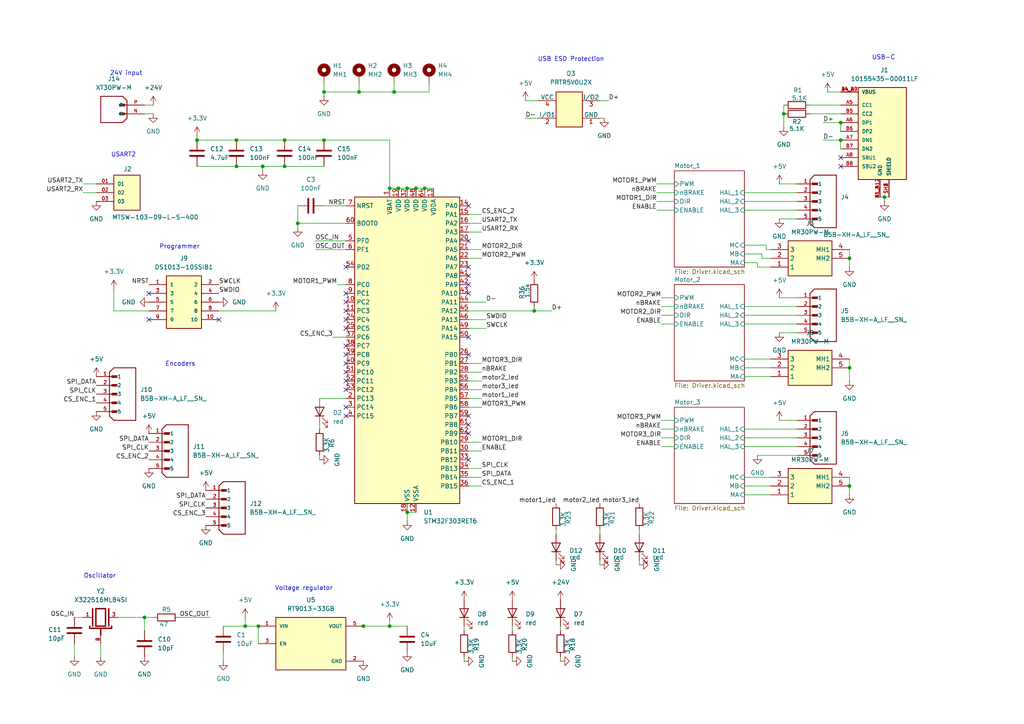
<source format=kicad_sch>
(kicad_sch (version 20250114) (generator "eeschema") (generator_version "9.0")
  (paper "A4")
  (text "24V input\n" (at 36.576 21.336 0) (effects (font (size 1.27 1.27))))
  (text "Encoders\n" (at 52.324 105.664 0) (effects (font (size 1.27 1.27))))
  (text "Oscillator\n" (at 28.956 167.132 0) (effects (font (size 1.27 1.27))))
  (text "USB-C\n" (at 256.286 16.764 0) (effects (font (size 1.27 1.27))))
  (text "USB ESD Protection\n" (at 165.608 17.272 0) (effects (font (size 1.27 1.27))))
  (text "USART2\n" (at 35.814 44.958 0) (effects (font (size 1.27 1.27))))
  (text "Programmer\n" (at 52.07 71.628 0) (effects (font (size 1.27 1.27))))
  (text "Voltage regulator\n" (at 88.138 170.688 0) (effects (font (size 1.27 1.27))))
  (junction (at 243.84 35.56))
  (junction (at 104.14 26.67))
  (junction (at 68.58 40.64))
  (junction (at 114.3 26.67))
  (junction (at 74.93 181.61))
  (junction (at 105.41 181.61))
  (junction (at 246.38 140.97))
  (junction (at 227.33 33.02))
  (junction (at 68.58 48.26))
  (junction (at 118.11 148.59))
  (junction (at 154.94 90.17))
  (junction (at 41.91 179.07))
  (junction (at 82.55 40.64))
  (junction (at 123.19 54.61))
  (junction (at 113.03 181.61))
  (junction (at 93.98 40.64))
  (junction (at 113.03 54.61))
  (junction (at 93.98 26.67))
  (junction (at 76.2 48.26))
  (junction (at 82.55 48.26))
  (junction (at 246.38 74.93))
  (junction (at 115.57 54.61))
  (junction (at 243.84 40.64))
  (junction (at 120.65 54.61))
  (junction (at 256.54 57.15))
  (junction (at 57.15 40.64))
  (junction (at 86.36 64.77))
  (junction (at 118.11 54.61))
  (junction (at 71.12 181.61))
  (junction (at 246.38 106.68))
  (no_connect (at 100.33 102.87))
  (no_connect (at 43.18 92.71))
  (no_connect (at 135.89 82.55))
  (no_connect (at 100.33 118.11))
  (no_connect (at 100.33 105.41))
  (no_connect (at 100.33 113.03))
  (no_connect (at 100.33 87.63))
  (no_connect (at 135.89 123.19))
  (no_connect (at 135.89 77.47))
  (no_connect (at 243.84 48.26))
  (no_connect (at 63.5 92.71))
  (no_connect (at 43.18 85.09))
  (no_connect (at 100.33 92.71))
  (no_connect (at 135.89 120.65))
  (no_connect (at 135.89 133.35))
  (no_connect (at 100.33 77.47))
  (no_connect (at 135.89 85.09))
  (no_connect (at 100.33 120.65))
  (no_connect (at 100.33 100.33))
  (no_connect (at 100.33 90.17))
  (no_connect (at 135.89 125.73))
  (no_connect (at 100.33 85.09))
  (no_connect (at 243.84 45.72))
  (no_connect (at 135.89 59.69))
  (no_connect (at 100.33 95.25))
  (no_connect (at 135.89 80.01))
  (no_connect (at 100.33 107.95))
  (no_connect (at 135.89 102.87))
  (no_connect (at 100.33 110.49))
  (no_connect (at 135.89 69.85))
  (no_connect (at 135.89 97.79))
  (wire (pts (xy 44.45 33.02) (xy 41.91 33.02)))
  (wire (pts (xy 139.7 138.43) (xy 135.89 138.43)))
  (wire (pts (xy 226.06 121.92) (xy 231.14 121.92)))
  (wire (pts (xy 243.84 35.56) (xy 243.84 38.1)))
  (wire (pts (xy 82.55 40.64) (xy 93.98 40.64)))
  (wire (pts (xy 185.42 163.83) (xy 185.42 162.56)))
  (wire (pts (xy 64.77 189.23) (xy 64.77 191.77)))
  (wire (pts (xy 118.11 54.61) (xy 120.65 54.61)))
  (wire (pts (xy 134.62 182.88) (xy 134.62 181.61)))
  (wire (pts (xy 113.03 54.61) (xy 113.03 40.64)))
  (wire (pts (xy 93.98 27.94) (xy 93.98 26.67)))
  (wire (pts (xy 215.9 58.42) (xy 231.14 58.42)))
  (wire (pts (xy 41.91 182.88) (xy 41.91 179.07)))
  (wire (pts (xy 114.3 24.13) (xy 114.3 26.67)))
  (wire (pts (xy 123.19 54.61) (xy 125.73 54.61)))
  (wire (pts (xy 185.42 154.94) (xy 185.42 153.67)))
  (wire (pts (xy 113.03 181.61) (xy 118.11 181.61)))
  (wire (pts (xy 92.71 133.35) (xy 92.71 132.08)))
  (wire (pts (xy 135.89 67.31) (xy 139.7 67.31)))
  (wire (pts (xy 68.58 48.26) (xy 76.2 48.26)))
  (wire (pts (xy 190.5 55.88) (xy 195.58 55.88)))
  (wire (pts (xy 173.99 29.21) (xy 176.53 29.21)))
  (wire (pts (xy 256.54 58.42) (xy 256.54 57.15)))
  (wire (pts (xy 68.58 40.64) (xy 82.55 40.64)))
  (wire (pts (xy 134.62 191.77) (xy 134.62 190.5)))
  (wire (pts (xy 29.21 190.5) (xy 29.21 186.69)))
  (wire (pts (xy 191.77 93.98) (xy 195.58 93.98)))
  (wire (pts (xy 139.7 128.27) (xy 135.89 128.27)))
  (wire (pts (xy 86.36 64.77) (xy 100.33 64.77)))
  (wire (pts (xy 220.98 74.93) (xy 220.98 73.66)))
  (wire (pts (xy 190.5 53.34) (xy 195.58 53.34)))
  (wire (pts (xy 215.9 138.43) (xy 223.52 138.43)))
  (wire (pts (xy 215.9 106.68) (xy 223.52 106.68)))
  (wire (pts (xy 220.98 74.93) (xy 223.52 74.93)))
  (wire (pts (xy 118.11 148.59) (xy 120.65 148.59)))
  (wire (pts (xy 104.14 24.13) (xy 104.14 26.67)))
  (wire (pts (xy 219.71 77.47) (xy 223.52 77.47)))
  (wire (pts (xy 97.79 82.55) (xy 100.33 82.55)))
  (wire (pts (xy 215.9 127) (xy 231.14 127)))
  (wire (pts (xy 24.13 55.88) (xy 27.94 55.88)))
  (wire (pts (xy 227.33 30.48) (xy 227.33 33.02)))
  (wire (pts (xy 222.25 72.39) (xy 223.52 72.39)))
  (wire (pts (xy 148.59 182.88) (xy 148.59 181.61)))
  (wire (pts (xy 246.38 74.93) (xy 246.38 72.39)))
  (wire (pts (xy 33.02 83.82) (xy 33.02 90.17)))
  (wire (pts (xy 191.77 88.9) (xy 195.58 88.9)))
  (wire (pts (xy 173.99 154.94) (xy 173.99 153.67)))
  (wire (pts (xy 173.99 163.83) (xy 173.99 162.56)))
  (wire (pts (xy 161.29 154.94) (xy 161.29 153.67)))
  (wire (pts (xy 57.15 40.64) (xy 68.58 40.64)))
  (wire (pts (xy 246.38 138.43) (xy 246.38 140.97)))
  (wire (pts (xy 71.12 179.07) (xy 71.12 181.61)))
  (wire (pts (xy 215.9 129.54) (xy 231.14 129.54)))
  (wire (pts (xy 93.98 26.67) (xy 93.98 24.13)))
  (wire (pts (xy 191.77 124.46) (xy 195.58 124.46)))
  (wire (pts (xy 71.12 181.61) (xy 74.93 181.61)))
  (wire (pts (xy 190.5 60.96) (xy 195.58 60.96)))
  (wire (pts (xy 21.59 186.69) (xy 21.59 190.5)))
  (wire (pts (xy 139.7 107.95) (xy 135.89 107.95)))
  (wire (pts (xy 24.13 53.34) (xy 27.94 53.34)))
  (wire (pts (xy 44.45 30.48) (xy 41.91 30.48)))
  (wire (pts (xy 140.97 92.71) (xy 135.89 92.71)))
  (wire (pts (xy 215.9 109.22) (xy 223.52 109.22)))
  (wire (pts (xy 191.77 129.54) (xy 195.58 129.54)))
  (wire (pts (xy 120.65 54.61) (xy 123.19 54.61)))
  (wire (pts (xy 139.7 74.93) (xy 135.89 74.93)))
  (wire (pts (xy 226.06 63.5) (xy 231.14 63.5)))
  (wire (pts (xy 64.77 181.61) (xy 71.12 181.61)))
  (wire (pts (xy 161.29 163.83) (xy 161.29 162.56)))
  (wire (pts (xy 86.36 64.77) (xy 86.36 59.69)))
  (wire (pts (xy 246.38 110.49) (xy 246.38 106.68)))
  (wire (pts (xy 215.9 60.96) (xy 231.14 60.96)))
  (wire (pts (xy 135.89 62.23) (xy 139.7 62.23)))
  (wire (pts (xy 215.9 88.9) (xy 231.14 88.9)))
  (wire (pts (xy 238.76 40.64) (xy 243.84 40.64)))
  (wire (pts (xy 43.18 90.17) (xy 33.02 90.17)))
  (wire (pts (xy 215.9 104.14) (xy 223.52 104.14)))
  (wire (pts (xy 246.38 104.14) (xy 246.38 106.68)))
  (wire (pts (xy 175.26 34.29) (xy 173.99 34.29)))
  (wire (pts (xy 191.77 91.44) (xy 195.58 91.44)))
  (wire (pts (xy 135.89 113.03) (xy 139.7 113.03)))
  (wire (pts (xy 227.33 33.02) (xy 227.33 36.83)))
  (wire (pts (xy 148.59 191.77) (xy 148.59 190.5)))
  (wire (pts (xy 140.97 87.63) (xy 135.89 87.63)))
  (wire (pts (xy 226.06 53.34) (xy 231.14 53.34)))
  (wire (pts (xy 115.57 54.61) (xy 118.11 54.61)))
  (wire (pts (xy 246.38 140.97) (xy 246.38 143.51)))
  (wire (pts (xy 191.77 86.36) (xy 195.58 86.36)))
  (wire (pts (xy 222.25 71.12) (xy 215.9 71.12)))
  (wire (pts (xy 222.25 72.39) (xy 222.25 71.12)))
  (wire (pts (xy 21.59 179.07) (xy 24.13 179.07)))
  (wire (pts (xy 152.4 29.21) (xy 156.21 29.21)))
  (wire (pts (xy 135.89 105.41) (xy 139.7 105.41)))
  (wire (pts (xy 154.94 90.17) (xy 160.02 90.17)))
  (wire (pts (xy 105.41 181.61) (xy 113.03 181.61)))
  (wire (pts (xy 63.5 90.17) (xy 80.01 90.17)))
  (wire (pts (xy 226.06 96.52) (xy 231.14 96.52)))
  (wire (pts (xy 219.71 132.08) (xy 231.14 132.08)))
  (wire (pts (xy 76.2 49.53) (xy 76.2 48.26)))
  (wire (pts (xy 162.56 191.77) (xy 162.56 190.5)))
  (wire (pts (xy 139.7 130.81) (xy 135.89 130.81)))
  (wire (pts (xy 86.36 66.04) (xy 86.36 64.77)))
  (wire (pts (xy 118.11 151.13) (xy 118.11 148.59)))
  (wire (pts (xy 76.2 48.26) (xy 82.55 48.26)))
  (wire (pts (xy 140.97 95.25) (xy 135.89 95.25)))
  (wire (pts (xy 113.03 40.64) (xy 93.98 40.64)))
  (wire (pts (xy 91.44 72.39) (xy 100.33 72.39)))
  (wire (pts (xy 234.95 33.02) (xy 243.84 33.02)))
  (wire (pts (xy 139.7 135.89) (xy 135.89 135.89)))
  (wire (pts (xy 238.76 35.56) (xy 243.84 35.56)))
  (wire (pts (xy 135.89 90.17) (xy 154.94 90.17)))
  (wire (pts (xy 215.9 143.51) (xy 223.52 143.51)))
  (wire (pts (xy 234.95 30.48) (xy 243.84 30.48)))
  (wire (pts (xy 57.15 39.37) (xy 57.15 40.64)))
  (wire (pts (xy 114.3 26.67) (xy 124.46 26.67)))
  (wire (pts (xy 191.77 121.92) (xy 195.58 121.92)))
  (wire (pts (xy 135.89 110.49) (xy 139.7 110.49)))
  (wire (pts (xy 255.27 57.15) (xy 256.54 57.15)))
  (wire (pts (xy 82.55 48.26) (xy 93.98 48.26)))
  (wire (pts (xy 104.14 26.67) (xy 114.3 26.67)))
  (wire (pts (xy 135.89 115.57) (xy 139.7 115.57)))
  (wire (pts (xy 215.9 124.46) (xy 231.14 124.46)))
  (wire (pts (xy 152.4 34.29) (xy 156.21 34.29)))
  (wire (pts (xy 93.98 59.69) (xy 100.33 59.69)))
  (wire (pts (xy 113.03 54.61) (xy 115.57 54.61)))
  (wire (pts (xy 215.9 140.97) (xy 223.52 140.97)))
  (wire (pts (xy 154.94 88.9) (xy 154.94 90.17)))
  (wire (pts (xy 240.03 26.67) (xy 243.84 26.67)))
  (wire (pts (xy 215.9 55.88) (xy 231.14 55.88)))
  (wire (pts (xy 74.93 181.61) (xy 74.93 186.69)))
  (wire (pts (xy 102.87 181.61) (xy 105.41 181.61)))
  (wire (pts (xy 220.98 73.66) (xy 215.9 73.66)))
  (wire (pts (xy 52.07 179.07) (xy 60.96 179.07)))
  (wire (pts (xy 215.9 93.98) (xy 231.14 93.98)))
  (wire (pts (xy 162.56 182.88) (xy 162.56 181.61)))
  (wire (pts (xy 219.71 77.47) (xy 219.71 76.2)))
  (wire (pts (xy 91.44 69.85) (xy 100.33 69.85)))
  (wire (pts (xy 135.89 64.77) (xy 139.7 64.77)))
  (wire (pts (xy 246.38 77.47) (xy 246.38 74.93)))
  (wire (pts (xy 215.9 91.44) (xy 231.14 91.44)))
  (wire (pts (xy 92.71 115.57) (xy 100.33 115.57)))
  (wire (pts (xy 96.52 97.79) (xy 100.33 97.79)))
  (wire (pts (xy 226.06 86.36) (xy 231.14 86.36)))
  (wire (pts (xy 104.14 26.67) (xy 93.98 26.67)))
  (wire (pts (xy 243.84 40.64) (xy 243.84 43.18)))
  (wire (pts (xy 139.7 72.39) (xy 135.89 72.39)))
  (wire (pts (xy 139.7 140.97) (xy 135.89 140.97)))
  (wire (pts (xy 191.77 127) (xy 195.58 127)))
  (wire (pts (xy 256.54 57.15) (xy 257.81 57.15)))
  (wire (pts (xy 113.03 180.34) (xy 113.03 181.61)))
  (wire (pts (xy 41.91 179.07) (xy 44.45 179.07)))
  (wire (pts (xy 34.29 179.07) (xy 41.91 179.07)))
  (wire (pts (xy 57.15 48.26) (xy 68.58 48.26)))
  (wire (pts (xy 219.71 76.2) (xy 215.9 76.2)))
  (wire (pts (xy 124.46 24.13) (xy 124.46 26.67)))
  (wire (pts (xy 190.5 58.42) (xy 195.58 58.42)))
  (wire (pts (xy 139.7 118.11) (xy 135.89 118.11)))
  (wire (pts (xy 92.71 124.46) (xy 92.71 123.19)))
  (label "nBRAKE" (at 190.5 55.88 180))
  (label "NRST" (at 43.18 82.55 180))
  (label "OSC_IN" (at 21.59 179.07 180))
  (label "USART2_TX" (at 139.7 64.77 0))
  (label "MOTOR2_PWM" (at 191.77 86.36 180))
  (label "USART2_RX" (at 139.7 67.31 0))
  (label "CS_ENC_3" (at 96.52 97.79 180))
  (label "motor1_led" (at 139.7 115.57 0))
  (label "motor2_led" (at 139.7 110.49 0))
  (label "OSC_OUT" (at 52.07 179.07 0))
  (label "SPI_DATA" (at 43.18 128.27 180))
  (label "ENABLE" (at 190.5 60.96 180))
  (label "MOTOR1_PWM" (at 190.5 53.34 180))
  (label "MOTOR3_PWM" (at 191.77 121.92 180))
  (label "NRST" (at 95.25 59.69 0))
  (label "SPI_DATA" (at 139.7 138.43 0))
  (label "MOTOR3_DIR" (at 139.7 105.41 0))
  (label "SWDIO" (at 63.5 85.09 0))
  (label "CS_ENC_1" (at 139.7 140.97 0))
  (label "SPI_CLK" (at 43.18 130.81 180))
  (label "MOTOR1_DIR" (at 139.7 128.27 0))
  (label "motor2_led" (at 173.99 146.05 180))
  (label "USART2_RX" (at 24.13 55.88 180))
  (label "ENABLE" (at 191.77 93.98 180))
  (label "D-" (at 152.4 34.29 0))
  (label "SPI_CLK" (at 27.94 114.3 180))
  (label "D-" (at 238.76 40.64 0))
  (label "nBRAKE" (at 191.77 124.46 180))
  (label "D+" (at 238.76 35.56 0))
  (label "CS_ENC_2" (at 139.7 62.23 0))
  (label "SWCLK" (at 140.97 95.25 0))
  (label "SPI_CLK" (at 139.7 135.89 0))
  (label "nBRAKE" (at 139.7 107.95 0))
  (label "MOTOR3_DIR" (at 191.77 127 180))
  (label "OSC_IN" (at 91.44 69.85 0))
  (label "D+" (at 160.02 90.17 0))
  (label "nBRAKE" (at 191.77 88.9 180))
  (label "SPI_DATA" (at 27.94 111.76 180))
  (label "MOTOR2_DIR" (at 139.7 72.39 0))
  (label "CS_ENC_1" (at 27.94 116.84 180))
  (label "D+" (at 176.53 29.21 0))
  (label "SWDIO" (at 140.97 92.71 0))
  (label "motor3_led" (at 185.42 146.05 180))
  (label "SPI_CLK" (at 59.69 147.32 180))
  (label "SPI_DATA" (at 59.69 144.78 180))
  (label "motor3_led" (at 139.7 113.03 0))
  (label "ENABLE" (at 191.77 129.54 180))
  (label "USART2_TX" (at 24.13 53.34 180))
  (label "SWCLK" (at 63.5 82.55 0))
  (label "MOTOR1_PWM" (at 97.79 82.55 180))
  (label "MOTOR1_DIR" (at 190.5 58.42 180))
  (label "ENABLE" (at 139.7 130.81 0))
  (label "MOTOR2_PWM" (at 139.7 74.93 0))
  (label "motor1_led" (at 161.29 146.05 180))
  (label "MOTOR2_DIR" (at 191.77 91.44 180))
  (label "CS_ENC_2" (at 43.18 133.35 180))
  (label "D-" (at 140.97 87.63 0))
  (label "MOTOR3_PWM" (at 139.7 118.11 0))
  (label "CS_ENC_3" (at 59.69 149.86 180))
  (label "OSC_OUT" (at 91.44 72.39 0))
  (symbol (lib_id "Device:R") (at 154.94 85.09 180) (unit 1)
    (property "Reference" "R36" (at 151.384 84.836 90))
    (property "Value" "1.5k" (at 152.908 84.328 90))
    (property "Footprint" "Resistor_SMD:R_0603_1608Metric_Pad0.98x0.95mm_HandSolder" (effects (hide yes)))
    (property "Description" "Resistor" (effects (hide yes)))
  )
  (symbol (lib_id "Device:C") (at 118.11 185.42 180) (unit 1)
    (property "Reference" "C4" (at 121.92 184.1499 0) (effects (justify right)))
    (property "Value" "10uF" (at 121.92 186.6899 0) (effects (justify right)))
    (property "Footprint" "Capacitor_SMD:C_0805_2012Metric_Pad1.18x1.45mm_HandSolder" (effects (hide yes)))
    (property "Description" "Unpolarized capacitor" (effects (hide yes)))
  )
  (symbol (lib_id "Device:LED") (at 148.59 177.8 90) (unit 1)
    (property "Reference" "D9" (at 152.4 178.1174 90) (effects (justify right)))
    (property "Value" "red" (at 152.4 180.6574 90) (effects (justify right)))
    (property "Footprint" "LED_SMD:LED_0603_1608Metric_Pad1.05x0.95mm_HandSolder" (effects (hide yes)))
    (property "Description" "Light emitting diode" (effects (hide yes)))
  )
  (symbol (lib_id "power:GND") (at 92.71 133.35 90) (unit 1)
    (property "Reference" "#PWR011" (effects (hide yes)))
    (property "Value" "GND" (at 97.79 133.35 0))
    (property "Description" "Power symbol creates a global label with name \"GND\" , ground" (effects (hide yes)))
  )
  (symbol (lib_id "DS1013-10SSIB1:DS1013-10SSIB1") (at 53.34 87.63 0) (unit 1)
    (property "Reference" "J9" (at 53.34 74.93 0))
    (property "Value" "DS1013-10SSIB1" (at 53.34 77.47 0))
    (property "Footprint" "DS1013:CONNFLY_DS1013-10SSIB1" (effects (hide yes)))
    (property "MF" "Connfly" (effects (hide yes)))
    (property "MAXIMUM_PACKAGE_HEIGHT" "9.3mm" (effects (hide yes)))
    (property "Package" "None" (effects (hide yes)))
    (property "Price" "None" (effects (hide yes)))
    (property "Check_prices" "https://www.snapeda.com/parts/DS1013-10SSIB1/Connfly/view-part/?ref=eda" (effects (hide yes)))
    (property "STANDARD" "Manufacturer Recommendations" (effects (hide yes)))
    (property "PARTREV" "G" (effects (hide yes)))
    (property "SnapEDA_Link" "https://www.snapeda.com/parts/DS1013-10SSIB1/Connfly/view-part/?ref=snap" (effects (hide yes)))
    (property "MP" "DS1013-10SSIB1" (effects (hide yes)))
    (property "Description_1" "Socket; IDC; male; PIN: 10; straight; THT; gold plated; 2.54mm" (effects (hide yes)))
    (property "Availability" "Not in stock" (effects (hide yes)))
    (property "MANUFACTURER" "CONNFLY" (effects (hide yes)))
  )
  (symbol (lib_id "power:GND") (at 246.38 143.51 0) (unit 1)
    (property "Reference" "#PWR09" (effects (hide yes)))
    (property "Value" "GND" (at 246.38 148.59 0))
    (property "Description" "Power symbol creates a global label with name \"GND\" , ground" (effects (hide yes)))
  )
  (symbol (lib_id "power:GND") (at 86.36 66.04 0) (unit 1)
    (property "Reference" "#PWR010" (effects (hide yes)))
    (property "Value" "GND" (at 86.36 71.12 0))
    (property "Description" "Power symbol creates a global label with name \"GND\" , ground" (effects (hide yes)))
  )
  (symbol (lib_id "Device:R") (at 161.29 149.86 0) (unit 1)
    (property "Reference" "R23" (at 164.846 150.114 90))
    (property "Value" "3.3K" (at 163.322 150.622 90))
    (property "Footprint" "Resistor_SMD:R_0603_1608Metric_Pad0.98x0.95mm_HandSolder" (effects (hide yes)))
    (property "Description" "Resistor" (effects (hide yes)))
  )
  (symbol (lib_id "power:GND") (at 246.38 110.49 0) (unit 1)
    (property "Reference" "#PWR015" (effects (hide yes)))
    (property "Value" "GND" (at 246.38 115.57 0))
    (property "Description" "Power symbol creates a global label with name \"GND\" , ground" (effects (hide yes)))
  )
  (symbol (lib_id "B5B-XH-A_LF__SN_:B5B-XH-A_LF__SN_") (at 238.76 127 0) (unit 1)
    (property "Reference" "J6" (at 243.84 125.7299 0) (effects (justify left)))
    (property "Value" "B5B-XH-A_LF__SN_" (at 243.84 128.2699 0) (effects (justify left)))
    (property "Footprint" "B5B-XH-A_LF__SN_:JST_B5B-XH-A_LF__SN_" (effects (hide yes)))
    (property "MF" "JST Sales" (effects (hide yes)))
    (property "MAXIMUM_PACKAGE_HEIGHT" "7.00 mm" (effects (hide yes)))
    (property "Package" "None" (effects (hide yes)))
    (property "Price" "None" (effects (hide yes)))
    (property "Check_prices" "https://www.snapeda.com/parts/B5B-XH-A(LF)(SN)/JST/view-part/?ref=eda" (effects (hide yes)))
    (property "STANDARD" "Manufacturer Recommendations" (effects (hide yes)))
    (property "PARTREV" "7/4/21" (effects (hide yes)))
    (property "SnapEDA_Link" "https://www.snapeda.com/parts/B5B-XH-A(LF)(SN)/JST/view-part/?ref=snap" (effects (hide yes)))
    (property "MP" "B5B-XH-A(LF)(SN)" (effects (hide yes)))
    (property "Description_1" "\n                        \n                            Connector Header Through Hole 5 position 0.098 (2.50mm)\n                        \n" (effects (hide yes)))
    (property "Availability" "In Stock" (effects (hide yes)))
    (property "MANUFACTURER" "JST" (effects (hide yes)))
  )
  (symbol (lib_id "power:+3.3V") (at 57.15 39.37 0) (unit 1)
    (property "Reference" "#PWR028" (effects (hide yes)))
    (property "Value" "+3.3V" (at 57.15 34.29 0))
    (property "Description" "Power symbol creates a global label with name \"+3.3V\"" (effects (hide yes)))
  )
  (symbol (lib_id "power:GND") (at 63.5 87.63 90) (unit 1)
    (property "Reference" "#PWR090" (effects (hide yes)))
    (property "Value" "GND" (at 67.31 87.6299 90) (effects (justify right)))
    (property "Description" "Power symbol creates a global label with name \"GND\" , ground" (effects (hide yes)))
  )
  (symbol (lib_id "power:GND") (at 246.38 77.47 0) (unit 1)
    (property "Reference" "#PWR035" (effects (hide yes)))
    (property "Value" "GND" (at 246.38 82.55 0))
    (property "Description" "Power symbol creates a global label with name \"GND\" , ground" (effects (hide yes)))
  )
  (symbol (lib_id "MR30PW-M:MR30PW-M") (at 223.52 72.39 0) (unit 1)
    (property "Reference" "J3" (at 234.95 64.77 0))
    (property "Value" "MR30PW-M" (at 234.95 67.31 0))
    (property "Footprint" "MR30PWM" (effects (hide yes)))
    (property "Datasheet" "https://www.tme.eu/Document/5fffb0d591c3b83b8e9faab5387231c6/MR30PW-M.pdf" (effects (hide yes)))
    (property "Description" "Connector: DC supply; socket; MR30; male; PIN: 3; on PCBs; THT; 15A , 500VDC , -20C to 120C" (effects (hide yes)))
    (property "Height" "5.3" (effects (hide yes)))
    (property "Manufacturer_Name" "Amass" (effects (hide yes)))
    (property "Manufacturer_Part_Number" "MR30PW-M" (effects (hide yes)))
  )
  (symbol (lib_id "Device:R") (at 134.62 186.69 0) (unit 1)
    (property "Reference" "R19" (at 138.176 186.944 90))
    (property "Value" "3.3K" (at 136.652 187.452 90))
    (property "Footprint" "Resistor_SMD:R_0603_1608Metric_Pad0.98x0.95mm_HandSolder" (effects (hide yes)))
    (property "Description" "Resistor" (effects (hide yes)))
  )
  (symbol (lib_id "power:+3.3V") (at 148.59 173.99 0) (unit 1)
    (property "Reference" "#PWR085" (effects (hide yes)))
    (property "Value" "+5V" (at 148.59 168.91 0))
    (property "Description" "Power symbol creates a global label with name \"+3.3V\"" (effects (hide yes)))
  )
  (symbol (lib_id "power:+3.3V") (at 80.01 90.17 0) (unit 1)
    (property "Reference" "#PWR096" (effects (hide yes)))
    (property "Value" "+3.3V" (at 80.01 85.09 0))
    (property "Description" "Power symbol creates a global label with name \"+3.3V\"" (effects (hide yes)))
  )
  (symbol (lib_id "Device:R") (at 231.14 30.48 90) (unit 1)
    (property "Reference" "R1" (at 231.394 26.162 90))
    (property "Value" "5.1K" (at 231.902 28.448 90))
    (property "Footprint" "Resistor_SMD:R_0603_1608Metric_Pad0.98x0.95mm_HandSolder" (effects (hide yes)))
    (property "Description" "Resistor" (effects (hide yes)))
  )
  (symbol (lib_id "power:GND") (at 27.94 58.42 0) (unit 1)
    (property "Reference" "#PWR084" (effects (hide yes)))
    (property "Value" "GND" (at 27.94 63.5 0))
    (property "Description" "Power symbol creates a global label with name \"GND\" , ground" (effects (hide yes)))
  )
  (symbol (lib_id "power:GND") (at 118.11 151.13 0) (unit 1)
    (property "Reference" "#PWR027" (effects (hide yes)))
    (property "Value" "GND" (at 118.11 156.21 0))
    (property "Description" "Power symbol creates a global label with name \"GND\" , ground" (effects (hide yes)))
  )
  (symbol (lib_id "B5B-XH-A_LF__SN_:B5B-XH-A_LF__SN_") (at 238.76 91.44 0) (unit 1)
    (property "Reference" "J5" (at 243.84 90.1699 0) (effects (justify left)))
    (property "Value" "B5B-XH-A_LF__SN_" (at 243.84 92.7099 0) (effects (justify left)))
    (property "Footprint" "B5B-XH-A_LF__SN_:JST_B5B-XH-A_LF__SN_" (effects (hide yes)))
    (property "MF" "JST Sales" (effects (hide yes)))
    (property "MAXIMUM_PACKAGE_HEIGHT" "7.00 mm" (effects (hide yes)))
    (property "Package" "None" (effects (hide yes)))
    (property "Price" "None" (effects (hide yes)))
    (property "Check_prices" "https://www.snapeda.com/parts/B5B-XH-A(LF)(SN)/JST/view-part/?ref=eda" (effects (hide yes)))
    (property "STANDARD" "Manufacturer Recommendations" (effects (hide yes)))
    (property "PARTREV" "7/4/21" (effects (hide yes)))
    (property "SnapEDA_Link" "https://www.snapeda.com/parts/B5B-XH-A(LF)(SN)/JST/view-part/?ref=snap" (effects (hide yes)))
    (property "MP" "B5B-XH-A(LF)(SN)" (effects (hide yes)))
    (property "Description_1" "\n                        \n                            Connector Header Through Hole 5 position 0.098 (2.50mm)\n                        \n" (effects (hide yes)))
    (property "Availability" "In Stock" (effects (hide yes)))
    (property "MANUFACTURER" "JST" (effects (hide yes)))
  )
  (symbol (lib_id "Mechanical:MountingHole_Pad") (at 93.98 21.59 0) (unit 1) (exclude_from_sim yes) (in_bom no)
    (property "Reference" "H1" (at 96.52 19.0499 0) (effects (justify left)))
    (property "Value" "MH1" (at 96.52 21.5899 0) (effects (justify left)))
    (property "Footprint" "MountingHole:MountingHole_2.2mm_M2_Pad_Via" (effects (hide yes)))
    (property "Description" "Mounting Hole with connection" (effects (hide yes)))
  )
  (symbol (lib_id "MR30PW-M:MR30PW-M") (at 223.52 138.43 0) (unit 1)
    (property "Reference" "J7" (at 234.95 130.81 0))
    (property "Value" "MR30PW-M" (at 234.95 133.35 0))
    (property "Footprint" "MR30PWM" (effects (hide yes)))
    (property "Datasheet" "https://www.tme.eu/Document/5fffb0d591c3b83b8e9faab5387231c6/MR30PW-M.pdf" (effects (hide yes)))
    (property "Description" "Connector: DC supply; socket; MR30; male; PIN: 3; on PCBs; THT; 15A , 500VDC , -20C to 120C" (effects (hide yes)))
    (property "Height" "5.3" (effects (hide yes)))
    (property "Manufacturer_Name" "Amass" (effects (hide yes)))
    (property "Manufacturer_Part_Number" "MR30PW-M" (effects (hide yes)))
  )
  (symbol (lib_id "power:GND") (at 43.18 135.89 0) (unit 1)
    (property "Reference" "#PWR076" (effects (hide yes)))
    (property "Value" "GND" (at 43.18 140.97 0))
    (property "Description" "Power symbol creates a global label with name \"GND\" , ground" (effects (hide yes)))
  )
  (symbol (lib_id "power:VDD") (at 44.45 30.48 0) (unit 1)
    (property "Reference" "#PWR030" (effects (hide yes)))
    (property "Value" "+24V" (at 44.45 25.4 0))
    (property "Description" "Power symbol creates a global label with name \"VDD\"" (effects (hide yes)))
  )
  (symbol (lib_id "power:+5V") (at 43.18 125.73 0) (unit 1)
    (property "Reference" "#PWR073" (effects (hide yes)))
    (property "Value" "+5V" (at 43.18 120.65 0))
    (property "Description" "Power symbol creates a global label with name \"+5V\"" (effects (hide yes)))
  )
  (symbol (lib_id "power:GND") (at 219.71 132.08 0) (unit 1)
    (property "Reference" "#PWR060" (effects (hide yes)))
    (property "Value" "GND" (at 219.71 137.16 0))
    (property "Description" "Power symbol creates a global label with name \"GND\" , ground" (effects (hide yes)))
  )
  (symbol (lib_id "B5B-XH-A_LF__SN_:B5B-XH-A_LF__SN_") (at 35.56 114.3 0) (unit 1)
    (property "Reference" "J10" (at 40.64 113.0299 0) (effects (justify left)))
    (property "Value" "B5B-XH-A_LF__SN_" (at 40.64 115.5699 0) (effects (justify left)))
    (property "Footprint" "B5B-XH-A_LF__SN_:JST_B5B-XH-A_LF__SN_" (effects (hide yes)))
    (property "MF" "JST Sales" (effects (hide yes)))
    (property "MAXIMUM_PACKAGE_HEIGHT" "7.00 mm" (effects (hide yes)))
    (property "Package" "None" (effects (hide yes)))
    (property "Price" "None" (effects (hide yes)))
    (property "Check_prices" "https://www.snapeda.com/parts/B5B-XH-A(LF)(SN)/JST/view-part/?ref=eda" (effects (hide yes)))
    (property "STANDARD" "Manufacturer Recommendations" (effects (hide yes)))
    (property "PARTREV" "7/4/21" (effects (hide yes)))
    (property "SnapEDA_Link" "https://www.snapeda.com/parts/B5B-XH-A(LF)(SN)/JST/view-part/?ref=snap" (effects (hide yes)))
    (property "MP" "B5B-XH-A(LF)(SN)" (effects (hide yes)))
    (property "Description_1" "\n                        \n                            Connector Header Through Hole 5 position 0.098 (2.50mm)\n                        \n" (effects (hide yes)))
    (property "Availability" "In Stock" (effects (hide yes)))
    (property "MANUFACTURER" "JST" (effects (hide yes)))
  )
  (symbol (lib_id "power:GND") (at 41.91 190.5 0) (unit 1)
    (property "Reference" "#PWR025" (effects (hide yes)))
    (property "Value" "GND" (at 41.91 195.58 0))
    (property "Description" "Power symbol creates a global label with name \"GND\" , ground" (effects (hide yes)))
  )
  (symbol (lib_id "power:GND") (at 256.54 58.42 0) (unit 1)
    (property "Reference" "#PWR01" (effects (hide yes)))
    (property "Value" "GND" (at 256.54 63.5 0))
    (property "Description" "Power symbol creates a global label with name \"GND\" , ground" (effects (hide yes)))
  )
  (symbol (lib_id "MTSW-103-09-L-S-400:MTSW-103-09-L-S-400") (at 36.83 55.88 0) (unit 1)
    (property "Reference" "J2" (at 35.814 49.022 0) (effects (justify left)))
    (property "Value" "MTSW-103-09-L-S-400" (at 32.512 62.992 0) (effects (justify left)))
    (property "Footprint" "MTSW-103-09-L-S-400:SAMTEC_MTSW-103-09-L-S-400" (effects (hide yes)))
    (property "MF" "Samtec" (effects (hide yes)))
    (property "Description_1" "CONN HEADER VERT 3POS 2.54MM" (effects (hide yes)))
    (property "Package" "None" (effects (hide yes)))
    (property "Price" "None" (effects (hide yes)))
    (property "Check_prices" "https://www.snapeda.com/parts/MTSW-103-09-L-S-400/Samtec/view-part/?ref=eda" (effects (hide yes)))
    (property "STANDARD" "Manufacturer Recommendations" (effects (hide yes)))
    (property "PARTREV" "R" (effects (hide yes)))
    (property "SnapEDA_Link" "https://www.snapeda.com/parts/MTSW-103-09-L-S-400/Samtec/view-part/?ref=snap" (effects (hide yes)))
    (property "MP" "MTSW-103-09-L-S-400" (effects (hide yes)))
    (property "Availability" "In Stock" (effects (hide yes)))
    (property "MANUFACTURER" "Samtec" (effects (hide yes)))
  )
  (symbol (lib_id "Device:C") (at 90.17 59.69 90) (unit 1)
    (property "Reference" "C3" (at 90.17 52.07 90))
    (property "Value" "100nF" (at 90.17 54.61 90))
    (property "Footprint" "Capacitor_SMD:C_0603_1608Metric_Pad1.08x0.95mm_HandSolder" (effects (hide yes)))
    (property "Description" "Unpolarized capacitor" (effects (hide yes)))
  )
  (symbol (lib_id "power:GND") (at 64.77 191.77 0) (unit 1)
    (property "Reference" "#PWR06" (effects (hide yes)))
    (property "Value" "GND" (at 64.77 196.85 0))
    (property "Description" "Power symbol creates a global label with name \"GND\" , ground" (effects (hide yes)))
  )
  (symbol (lib_id "Device:C") (at 57.15 44.45 0) (unit 1)
    (property "Reference" "C12" (at 60.96 43.1799 0) (effects (justify left)))
    (property "Value" "4.7uF" (at 60.96 45.7199 0) (effects (justify left)))
    (property "Footprint" "Capacitor_SMD:C_0603_1608Metric_Pad1.08x0.95mm_HandSolder" (effects (hide yes)))
    (property "Description" "Unpolarized capacitor" (effects (hide yes)))
  )
  (symbol (lib_id "Device:R") (at 185.42 149.86 0) (unit 1)
    (property "Reference" "R22" (at 188.976 150.114 90))
    (property "Value" "3.3K" (at 187.452 150.622 90))
    (property "Footprint" "Resistor_SMD:R_0603_1608Metric_Pad0.98x0.95mm_HandSolder" (effects (hide yes)))
    (property "Description" "Resistor" (effects (hide yes)))
  )
  (symbol (lib_id "power:GND") (at 105.41 191.77 0) (unit 1)
    (property "Reference" "#PWR095" (effects (hide yes)))
    (property "Value" "GND" (at 105.41 196.85 0))
    (property "Description" "Power symbol creates a global label with name \"GND\" , ground" (effects (hide yes)))
  )
  (symbol (lib_id "power:GND") (at 27.94 119.38 0) (unit 1)
    (property "Reference" "#PWR075" (effects (hide yes)))
    (property "Value" "GND" (at 27.94 124.46 0))
    (property "Description" "Power symbol creates a global label with name \"GND\" , ground" (effects (hide yes)))
  )
  (symbol (lib_id "Device:R") (at 148.59 186.69 0) (unit 1)
    (property "Reference" "R20" (at 152.146 186.944 90))
    (property "Value" "3.3K" (at 150.622 187.452 90))
    (property "Footprint" "Resistor_SMD:R_0603_1608Metric_Pad0.98x0.95mm_HandSolder" (effects (hide yes)))
    (property "Description" "Resistor" (effects (hide yes)))
  )
  (symbol (lib_id "Device:C") (at 21.59 182.88 0) (unit 1)
    (property "Reference" "C11" (at 13.97 182.626 0) (effects (justify left)))
    (property "Value" "10pF" (at 13.97 185.166 0) (effects (justify left)))
    (property "Footprint" "Capacitor_SMD:C_0603_1608Metric_Pad1.08x0.95mm_HandSolder" (effects (hide yes)))
    (property "Description" "Unpolarized capacitor" (effects (hide yes)))
  )
  (symbol (lib_id "power:+5V") (at 27.94 109.22 0) (unit 1)
    (property "Reference" "#PWR072" (effects (hide yes)))
    (property "Value" "+5V" (at 27.94 104.14 0))
    (property "Description" "Power symbol creates a global label with name \"+5V\"" (effects (hide yes)))
  )
  (symbol (lib_id "Device:LED") (at 92.71 119.38 90) (unit 1)
    (property "Reference" "D2" (at 96.52 119.6974 90) (effects (justify right)))
    (property "Value" "red" (at 96.52 122.2374 90) (effects (justify right)))
    (property "Footprint" "LED_SMD:LED_0603_1608Metric_Pad1.05x0.95mm_HandSolder" (effects (hide yes)))
    (property "Description" "Light emitting diode" (effects (hide yes)))
  )
  (symbol (lib_id "power:+5V") (at 226.06 121.92 0) (unit 1)
    (property "Reference" "#PWR057" (effects (hide yes)))
    (property "Value" "+5V" (at 226.06 116.84 0))
    (property "Description" "Power symbol creates a global label with name \"+5V\"" (effects (hide yes)))
  )
  (symbol (lib_id "Device:LED") (at 161.29 158.75 90) (unit 1)
    (property "Reference" "D12" (at 165.1 159.7024 90) (effects (justify right)))
    (property "Value" "red" (at 165.1 161.6075 90) (effects (justify right)))
    (property "Footprint" "LED_SMD:LED_0603_1608Metric_Pad1.05x0.95mm_HandSolder" (effects (hide yes)))
    (property "Description" "Light emitting diode" (effects (hide yes)))
  )
  (symbol (lib_id "power:+5V") (at 71.12 179.07 0) (unit 1)
    (property "Reference" "#PWR04" (effects (hide yes)))
    (property "Value" "+5V" (at 71.12 173.99 0))
    (property "Description" "Power symbol creates a global label with name \"+5V\"" (effects (hide yes)))
  )
  (symbol (lib_id "power:GND") (at 173.99 163.83 90) (unit 1)
    (property "Reference" "#PWR087" (effects (hide yes)))
    (property "Value" "GND" (at 179.07 163.83 0))
    (property "Description" "Power symbol creates a global label with name \"GND\" , ground" (effects (hide yes)))
  )
  (symbol (lib_id "Mechanical:MountingHole_Pad") (at 124.46 21.59 0) (unit 1) (exclude_from_sim yes) (in_bom no)
    (property "Reference" "H4" (at 127 19.0499 0) (effects (justify left)))
    (property "Value" "MH4" (at 127 21.5899 0) (effects (justify left)))
    (property "Footprint" "MountingHole:MountingHole_2.2mm_M2_Pad_Via" (effects (hide yes)))
    (property "Description" "Mounting Hole with connection" (effects (hide yes)))
  )
  (symbol (lib_id "power:VDD") (at 162.56 173.99 0) (unit 1)
    (property "Reference" "#PWR081" (effects (hide yes)))
    (property "Value" "+24V" (at 162.56 168.91 0))
    (property "Description" "Power symbol creates a global label with name \"VDD\"" (effects (hide yes)))
  )
  (symbol (lib_id "Device:R") (at 48.26 179.07 270) (unit 1)
    (property "Reference" "R5" (at 48.26 176.784 90))
    (property "Value" "47" (at 47.498 181.102 90))
    (property "Footprint" "Resistor_SMD:R_0603_1608Metric_Pad0.98x0.95mm_HandSolder" (effects (hide yes)))
    (property "Description" "Resistor" (effects (hide yes)))
  )
  (symbol (lib_id "power:+3.3V") (at 33.02 83.82 0) (unit 1)
    (property "Reference" "#PWR05" (effects (hide yes)))
    (property "Value" "+3.3V" (at 33.02 78.74 0))
    (property "Description" "Power symbol creates a global label with name \"+3.3V\"" (effects (hide yes)))
  )
  (symbol (lib_id "B5B-XH-A_LF__SN_:B5B-XH-A_LF__SN_") (at 67.31 147.32 0) (unit 1)
    (property "Reference" "J12" (at 72.39 146.0499 0) (effects (justify left)))
    (property "Value" "B5B-XH-A_LF__SN_" (at 72.39 148.5899 0) (effects (justify left)))
    (property "Footprint" "B5B-XH-A_LF__SN_:JST_B5B-XH-A_LF__SN_" (effects (hide yes)))
    (property "MF" "JST Sales" (effects (hide yes)))
    (property "MAXIMUM_PACKAGE_HEIGHT" "7.00 mm" (effects (hide yes)))
    (property "Package" "None" (effects (hide yes)))
    (property "Price" "None" (effects (hide yes)))
    (property "Check_prices" "https://www.snapeda.com/parts/B5B-XH-A(LF)(SN)/JST/view-part/?ref=eda" (effects (hide yes)))
    (property "STANDARD" "Manufacturer Recommendations" (effects (hide yes)))
    (property "PARTREV" "7/4/21" (effects (hide yes)))
    (property "SnapEDA_Link" "https://www.snapeda.com/parts/B5B-XH-A(LF)(SN)/JST/view-part/?ref=snap" (effects (hide yes)))
    (property "MP" "B5B-XH-A(LF)(SN)" (effects (hide yes)))
    (property "Description_1" "\n                        \n                            Connector Header Through Hole 5 position 0.098 (2.50mm)\n                        \n" (effects (hide yes)))
    (property "Availability" "In Stock" (effects (hide yes)))
    (property "MANUFACTURER" "JST" (effects (hide yes)))
  )
  (symbol (lib_id "Device:LED") (at 134.62 177.8 90) (unit 1)
    (property "Reference" "D8" (at 138.43 178.1174 90) (effects (justify right)))
    (property "Value" "red" (at 138.43 180.6574 90) (effects (justify right)))
    (property "Footprint" "LED_SMD:LED_0603_1608Metric_Pad1.05x0.95mm_HandSolder" (effects (hide yes)))
    (property "Description" "Light emitting diode" (effects (hide yes)))
  )
  (symbol (lib_id "Device:C") (at 68.58 44.45 0) (unit 1)
    (property "Reference" "C13" (at 72.39 43.1799 0) (effects (justify left)))
    (property "Value" "100nF" (at 72.39 45.7199 0) (effects (justify left)))
    (property "Footprint" "Capacitor_SMD:C_0603_1608Metric_Pad1.08x0.95mm_HandSolder" (effects (hide yes)))
    (property "Description" "Unpolarized capacitor" (effects (hide yes)))
  )
  (symbol (lib_id "power:GND") (at 161.29 163.83 90) (unit 1)
    (property "Reference" "#PWR089" (effects (hide yes)))
    (property "Value" "GND" (at 166.37 163.83 0))
    (property "Description" "Power symbol creates a global label with name \"GND\" , ground" (effects (hide yes)))
  )
  (symbol (lib_id "power:GND") (at 185.42 163.83 90) (unit 1)
    (property "Reference" "#PWR088" (effects (hide yes)))
    (property "Value" "GND" (at 190.5 163.83 0))
    (property "Description" "Power symbol creates a global label with name \"GND\" , ground" (effects (hide yes)))
  )
  (symbol (lib_id "power:GND") (at 21.59 190.5 0) (unit 1)
    (property "Reference" "#PWR026" (effects (hide yes)))
    (property "Value" "GND" (at 21.59 195.58 0))
    (property "Description" "Power symbol creates a global label with name \"GND\" , ground" (effects (hide yes)))
  )
  (symbol (lib_id "power:+5V") (at 152.4 29.21 0) (unit 1)
    (property "Reference" "#PWR062" (effects (hide yes)))
    (property "Value" "+5V" (at 152.4 24.13 0))
    (property "Description" "Power symbol creates a global label with name \"+5V\"" (effects (hide yes)))
  )
  (symbol (lib_id "Device:C") (at 93.98 44.45 0) (unit 1)
    (property "Reference" "C15" (at 97.79 43.1799 0) (effects (justify left)))
    (property "Value" "100nF" (at 97.79 45.7199 0) (effects (justify left)))
    (property "Footprint" "Capacitor_SMD:C_0603_1608Metric_Pad1.08x0.95mm_HandSolder" (effects (hide yes)))
    (property "Description" "Unpolarized capacitor" (effects (hide yes)))
  )
  (symbol (lib_id "power:GND") (at 76.2 49.53 0) (unit 1)
    (property "Reference" "#PWR029" (effects (hide yes)))
    (property "Value" "GND" (at 76.2 54.61 0))
    (property "Description" "Power symbol creates a global label with name \"GND\" , ground" (effects (hide yes)))
  )
  (symbol (lib_id "power:GND") (at 118.11 189.23 0) (unit 1)
    (property "Reference" "#PWR08" (effects (hide yes)))
    (property "Value" "GND" (at 118.11 194.31 0))
    (property "Description" "Power symbol creates a global label with name \"GND\" , ground" (effects (hide yes)))
  )
  (symbol (lib_id "power:GND") (at 134.62 191.77 90) (unit 1)
    (property "Reference" "#PWR082" (effects (hide yes)))
    (property "Value" "GND" (at 139.7 191.77 0))
    (property "Description" "Power symbol creates a global label with name \"GND\" , ground" (effects (hide yes)))
  )
  (symbol (lib_id "power:GND") (at 148.59 191.77 90) (unit 1)
    (property "Reference" "#PWR086" (effects (hide yes)))
    (property "Value" "GND" (at 153.67 191.77 0))
    (property "Description" "Power symbol creates a global label with name \"GND\" , ground" (effects (hide yes)))
  )
  (symbol (lib_id "MR30PW-M:MR30PW-M") (at 223.52 104.14 0) (unit 1)
    (property "Reference" "J8" (at 234.95 96.52 0))
    (property "Value" "MR30PW-M" (at 234.95 99.06 0))
    (property "Footprint" "MR30PWM" (effects (hide yes)))
    (property "Datasheet" "https://www.tme.eu/Document/5fffb0d591c3b83b8e9faab5387231c6/MR30PW-M.pdf" (effects (hide yes)))
    (property "Description" "Connector: DC supply; socket; MR30; male; PIN: 3; on PCBs; THT; 15A , 500VDC , -20C to 120C" (effects (hide yes)))
    (property "Height" "5.3" (effects (hide yes)))
    (property "Manufacturer_Name" "Amass" (effects (hide yes)))
    (property "Manufacturer_Part_Number" "MR30PW-M" (effects (hide yes)))
  )
  (symbol (lib_id "power:GND") (at 59.69 152.4 0) (unit 1)
    (property "Reference" "#PWR077" (effects (hide yes)))
    (property "Value" "GND" (at 59.69 157.48 0))
    (property "Description" "Power symbol creates a global label with name \"GND\" , ground" (effects (hide yes)))
  )
  (symbol (lib_id "power:GND") (at 43.18 87.63 270) (unit 1)
    (property "Reference" "#PWR091" (effects (hide yes)))
    (property "Value" "GND" (at 39.37 87.6299 90) (effects (justify right)))
    (property "Description" "Power symbol creates a global label with name \"GND\" , ground" (effects (hide yes)))
  )
  (symbol (lib_id "MCU_ST_STM32F3:STM32F303RETx") (at 118.11 102.87 0) (unit 1)
    (property "Reference" "U1" (at 122.8441 148.59 0) (effects (justify left)))
    (property "Value" "STM32F303RET6" (at 122.8441 151.13 0) (effects (justify left)))
    (property "Footprint" "Package_QFP:LQFP-64_10x10mm_P0.5mm" (effects (hide yes)))
    (property "Datasheet" "https://www.st.com/resource/en/datasheet/stm32f303re.pdf" (effects (hide yes)))
    (property "Description" "STMicroelectronics Arm Cortex-M4 MCU, 512KB flash, 80KB RAM, 72 MHz, 2.0-3.6V, 51 GPIO, LQFP64" (effects (hide yes)))
  )
  (symbol (lib_id "power:+5V") (at 226.06 53.34 0) (unit 1)
    (property "Reference" "#PWR055" (effects (hide yes)))
    (property "Value" "+5V" (at 226.06 48.26 0))
    (property "Description" "Power symbol creates a global label with name \"+5V\"" (effects (hide yes)))
  )
  (symbol (lib_id "power:GND") (at 175.26 34.29 0) (unit 1)
    (property "Reference" "#PWR061" (effects (hide yes)))
    (property "Value" "GND" (at 175.26 39.37 0))
    (property "Description" "Power symbol creates a global label with name \"GND\" , ground" (effects (hide yes)))
  )
  (symbol (lib_id "Power_Protection:PRTR5V0U2X") (at 165.1 31.75 0) (unit 1)
    (property "Reference" "D3" (at 165.608 21.336 0))
    (property "Value" "PRTR5V0U2X" (at 165.608 23.876 0))
    (property "Footprint" "Package_TO_SOT_SMD:SOT-143" (effects (hide yes)))
    (property "Datasheet" "https://assets.nexperia.com/documents/data-sheet/PRTR5V0U2X.pdf" (effects (hide yes)))
    (property "Description" "Ultra low capacitance double rail-to-rail ESD protection diode, SOT-143" (effects (hide yes)))
  )
  (symbol (lib_id "Device:C") (at 41.91 186.69 180) (unit 1)
    (property "Reference" "C10" (at 45.72 185.4199 0) (effects (justify right)))
    (property "Value" "10pF" (at 45.72 187.9599 0) (effects (justify right)))
    (property "Footprint" "Capacitor_SMD:C_0603_1608Metric_Pad1.08x0.95mm_HandSolder" (effects (hide yes)))
    (property "Description" "Unpolarized capacitor" (effects (hide yes)))
  )
  (symbol (lib_id "X322516MLB4SI:X322516MLB4SI") (at 29.21 179.07 0) (unit 1)
    (property "Reference" "Y2" (at 29.21 171.45 0))
    (property "Value" "X322516MLB4SI" (at 29.21 173.99 0))
    (property "Footprint" "X322516MLB4SI:OSC_X322516MLB4SI" (effects (hide yes)))
    (property "MF" "YXC" (effects (hide yes)))
    (property "MAXIMUM_PACKAGE_HEIGHT" "0.8 mm" (effects (hide yes)))
    (property "Package" "Package" (effects (hide yes)))
    (property "Price" "None" (effects (hide yes)))
    (property "Check_prices" "https://www.snapeda.com/parts/X322516MLB4SI/YXC/view-part/?ref=eda" (effects (hide yes)))
    (property "STANDARD" "Manufacturer Recommendations" (effects (hide yes)))
    (property "PARTREV" "N/A" (effects (hide yes)))
    (property "SnapEDA_Link" "https://www.snapeda.com/parts/X322516MLB4SI/YXC/view-part/?ref=snap" (effects (hide yes)))
    (property "MP" "X322516MLB4SI" (effects (hide yes)))
    (property "Description_1" "External dimensions: 3.2 x 2.5 x 0.8 mm.\nFrequency range: 11.0592MHz ~54MHz" (effects (hide yes)))
    (property "Availability" "Not in stock" (effects (hide yes)))
    (property "MANUFACTURER" "YXC" (effects (hide yes)))
  )
  (symbol (lib_id "power:GND") (at 29.21 190.5 0) (unit 1)
    (property "Reference" "#PWR024" (effects (hide yes)))
    (property "Value" "GND" (at 29.21 195.58 0))
    (property "Description" "Power symbol creates a global label with name \"GND\" , ground" (effects (hide yes)))
  )
  (symbol (lib_id "power:GND") (at 226.06 63.5 0) (unit 1)
    (property "Reference" "#PWR058" (effects (hide yes)))
    (property "Value" "GND" (at 226.06 68.58 0))
    (property "Description" "Power symbol creates a global label with name \"GND\" , ground" (effects (hide yes)))
  )
  (symbol (lib_id "Device:R") (at 162.56 186.69 0) (unit 1)
    (property "Reference" "R18" (at 166.116 186.944 90))
    (property "Value" "3.3K" (at 164.592 187.452 90))
    (property "Footprint" "Resistor_SMD:R_0603_1608Metric_Pad0.98x0.95mm_HandSolder" (effects (hide yes)))
    (property "Description" "Resistor" (effects (hide yes)))
  )
  (symbol (lib_id "Mechanical:MountingHole_Pad") (at 104.14 21.59 0) (unit 1) (exclude_from_sim yes) (in_bom no)
    (property "Reference" "H2" (at 106.68 19.0499 0) (effects (justify left)))
    (property "Value" "MH2" (at 106.68 21.5899 0) (effects (justify left)))
    (property "Footprint" "MountingHole:MountingHole_2.2mm_M2_Pad_Via" (effects (hide yes)))
    (property "Description" "Mounting Hole with connection" (effects (hide yes)))
  )
  (symbol (lib_id "power:+3.3V") (at 113.03 180.34 0) (unit 1)
    (property "Reference" "#PWR07" (effects (hide yes)))
    (property "Value" "+3.3V" (at 113.03 175.26 0))
    (property "Description" "Power symbol creates a global label with name \"+3.3V\"" (effects (hide yes)))
  )
  (symbol (lib_id "power:GND") (at 44.45 33.02 0) (unit 1)
    (property "Reference" "#PWR031" (effects (hide yes)))
    (property "Value" "GND" (at 44.45 38.1 0))
    (property "Description" "Power symbol creates a global label with name \"GND\" , ground" (effects (hide yes)))
  )
  (symbol (lib_id "Mechanical:MountingHole_Pad") (at 114.3 21.59 0) (unit 1) (exclude_from_sim yes) (in_bom no)
    (property "Reference" "H3" (at 116.84 19.0499 0) (effects (justify left)))
    (property "Value" "MH3" (at 116.84 21.5899 0) (effects (justify left)))
    (property "Footprint" "MountingHole:MountingHole_2.2mm_M2_Pad_Via" (effects (hide yes)))
    (property "Description" "Mounting Hole with connection" (effects (hide yes)))
  )
  (symbol (lib_id "Device:C") (at 82.55 44.45 0) (unit 1)
    (property "Reference" "C14" (at 86.36 43.1799 0) (effects (justify left)))
    (property "Value" "100nF" (at 86.36 45.7199 0) (effects (justify left)))
    (property "Footprint" "Capacitor_SMD:C_0603_1608Metric_Pad1.08x0.95mm_HandSolder" (effects (hide yes)))
    (property "Description" "Unpolarized capacitor" (effects (hide yes)))
  )
  (symbol (lib_id "Device:C") (at 64.77 185.42 180) (unit 1)
    (property "Reference" "C1" (at 68.58 184.1499 0) (effects (justify right)))
    (property "Value" "10uF" (at 68.58 186.6899 0) (effects (justify right)))
    (property "Footprint" "Capacitor_SMD:C_0805_2012Metric_Pad1.18x1.45mm_HandSolder" (effects (hide yes)))
    (property "Description" "Unpolarized capacitor" (effects (hide yes)))
  )
  (symbol (lib_id "Device:LED") (at 185.42 158.75 90) (unit 1)
    (property "Reference" "D11" (at 189.23 159.7024 90) (effects (justify right)))
    (property "Value" "red" (at 189.23 161.6075 90) (effects (justify right)))
    (property "Footprint" "LED_SMD:LED_0603_1608Metric_Pad1.05x0.95mm_HandSolder" (effects (hide yes)))
    (property "Description" "Light emitting diode" (effects (hide yes)))
  )
  (symbol (lib_id "10155435-00011LF:10155435-00011LF") (at 256.54 38.1 0) (unit 1)
    (property "Reference" "J1" (at 256.54 20.32 0))
    (property "Value" "10155435-00011LF" (at 256.54 22.86 0))
    (property "Footprint" "library:AMPHENOL_10155435-00011LF" (effects (hide yes)))
    (property "MF" "Amphenol ICC (FCI)" (effects (hide yes)))
    (property "MAXIMUM_PACKAGE_HEIGHT" "3.37 mm" (effects (hide yes)))
    (property "Package" "None" (effects (hide yes)))
    (property "Price" "None" (effects (hide yes)))
    (property "Check_prices" "https://www.snapeda.com/parts/10155435-00011LF/Amphenol+FCI/view-part/?ref=eda" (effects (hide yes)))
    (property "STANDARD" "Manufacturer Recommendations" (effects (hide yes)))
    (property "PARTREV" "C" (effects (hide yes)))
    (property "SnapEDA_Link" "https://www.snapeda.com/parts/10155435-00011LF/Amphenol+FCI/view-part/?ref=snap" (effects (hide yes)))
    (property "MP" "10155435-00011LF" (effects (hide yes)))
    (property "Description_1" "\n                        \n                            USB Type C Receptacle SMT Single Row 16Pin\n                        \n" (effects (hide yes)))
    (property "Availability" "In Stock" (effects (hide yes)))
    (property "MANUFACTURER" "Amphenol" (effects (hide yes)))
  )
  (symbol (lib_id "power:+3.3V") (at 154.94 81.28 0) (unit 1)
    (property "Reference" "#PWR092" (effects (hide yes)))
    (property "Value" "+3.3V" (at 154.94 76.2 0))
    (property "Description" "Power symbol creates a global label with name \"+3.3V\"" (effects (hide yes)))
  )
  (symbol (lib_id "power:GND") (at 226.06 96.52 0) (unit 1)
    (property "Reference" "#PWR059" (effects (hide yes)))
    (property "Value" "GND" (at 226.06 101.6 0))
    (property "Description" "Power symbol creates a global label with name \"GND\" , ground" (effects (hide yes)))
  )
  (symbol (lib_id "power:+5V") (at 226.06 86.36 0) (unit 1)
    (property "Reference" "#PWR056" (effects (hide yes)))
    (property "Value" "+5V" (at 226.06 81.28 0))
    (property "Description" "Power symbol creates a global label with name \"+5V\"" (effects (hide yes)))
  )
  (symbol (lib_id "power:GND") (at 227.33 36.83 0) (unit 1)
    (property "Reference" "#PWR02" (effects (hide yes)))
    (property "Value" "GND" (at 227.33 41.91 0))
    (property "Description" "Power symbol creates a global label with name \"GND\" , ground" (effects (hide yes)))
  )
  (symbol (lib_id "XT30PW-M:XT30PW-M") (at 36.83 30.48 0) (unit 1)
    (property "Reference" "J14" (at 33.02 22.86 0))
    (property "Value" "XT30PW-M" (at 33.02 25.4 0))
    (property "Footprint" "XT30:AMASS_XT30PW-M" (effects (hide yes)))
    (property "MF" "AMASS" (effects (hide yes)))
    (property "MAXIMUM_PACKAGE_HEIGHT" "5 mm" (effects (hide yes)))
    (property "Package" "None" (effects (hide yes)))
    (property "Price" "None" (effects (hide yes)))
    (property "Check_prices" "https://www.snapeda.com/parts/XT30PW-M/AMASS/view-part/?ref=eda" (effects (hide yes)))
    (property "STANDARD" "Manufacturer Recommendations" (effects (hide yes)))
    (property "PARTREV" "1.2" (effects (hide yes)))
    (property "SnapEDA_Link" "https://www.snapeda.com/parts/XT30PW-M/AMASS/view-part/?ref=snap" (effects (hide yes)))
    (property "MP" "XT30PW-M" (effects (hide yes)))
    (property "Description_1" "Socket; DC supply; XT30; male; PIN: 2; on PCBs; THT; Colour: yellow" (effects (hide yes)))
    (property "MANUFACTURER" "Amass" (effects (hide yes)))
    (property "Availability" "Not in stock" (effects (hide yes)))
    (property "SNAPEDA_PN" "XT30PW-M" (effects (hide yes)))
  )
  (symbol (lib_id "power:GND") (at 93.98 27.94 0) (unit 1)
    (property "Reference" "#PWR079" (effects (hide yes)))
    (property "Value" "GND" (at 93.98 33.02 0))
    (property "Description" "Power symbol creates a global label with name \"GND\" , ground" (effects (hide yes)))
  )
  (symbol (lib_id "B5B-XH-A_LF__SN_:B5B-XH-A_LF__SN_") (at 50.8 130.81 0) (unit 1)
    (property "Reference" "J11" (at 55.88 129.5399 0) (effects (justify left)))
    (property "Value" "B5B-XH-A_LF__SN_" (at 55.88 132.0799 0) (effects (justify left)))
    (property "Footprint" "B5B-XH-A_LF__SN_:JST_B5B-XH-A_LF__SN_" (effects (hide yes)))
    (property "MF" "JST Sales" (effects (hide yes)))
    (property "MAXIMUM_PACKAGE_HEIGHT" "7.00 mm" (effects (hide yes)))
    (property "Package" "None" (effects (hide yes)))
    (property "Price" "None" (effects (hide yes)))
    (property "Check_prices" "https://www.snapeda.com/parts/B5B-XH-A(LF)(SN)/JST/view-part/?ref=eda" (effects (hide yes)))
    (property "STANDARD" "Manufacturer Recommendations" (effects (hide yes)))
    (property "PARTREV" "7/4/21" (effects (hide yes)))
    (property "SnapEDA_Link" "https://www.snapeda.com/parts/B5B-XH-A(LF)(SN)/JST/view-part/?ref=snap" (effects (hide yes)))
    (property "MP" "B5B-XH-A(LF)(SN)" (effects (hide yes)))
    (property "Description_1" "\n                        \n                            Connector Header Through Hole 5 position 0.098 (2.50mm)\n                        \n" (effects (hide yes)))
    (property "Availability" "In Stock" (effects (hide yes)))
    (property "MANUFACTURER" "JST" (effects (hide yes)))
  )
  (symbol (lib_id "Device:R") (at 173.99 149.86 0) (unit 1)
    (property "Reference" "R21" (at 177.546 150.114 90))
    (property "Value" "3.3K" (at 176.022 150.622 90))
    (property "Footprint" "Resistor_SMD:R_0603_1608Metric_Pad0.98x0.95mm_HandSolder" (effects (hide yes)))
    (property "Description" "Resistor" (effects (hide yes)))
  )
  (symbol (lib_id "power:+3.3V") (at 134.62 173.99 0) (unit 1)
    (property "Reference" "#PWR083" (effects (hide yes)))
    (property "Value" "+3.3V" (at 134.62 168.91 0))
    (property "Description" "Power symbol creates a global label with name \"+3.3V\"" (effects (hide yes)))
  )
  (symbol (lib_id "Device:LED") (at 162.56 177.8 90) (unit 1)
    (property "Reference" "D7" (at 166.37 178.1174 90) (effects (justify right)))
    (property "Value" "red" (at 166.37 180.6574 90) (effects (justify right)))
    (property "Footprint" "LED_SMD:LED_0603_1608Metric_Pad1.05x0.95mm_HandSolder" (effects (hide yes)))
    (property "Description" "Light emitting diode" (effects (hide yes)))
  )
  (symbol (lib_id "power:GND") (at 162.56 191.77 90) (unit 1)
    (property "Reference" "#PWR080" (effects (hide yes)))
    (property "Value" "GND" (at 167.64 191.77 0))
    (property "Description" "Power symbol creates a global label with name \"GND\" , ground" (effects (hide yes)))
  )
  (symbol (lib_id "Device:LED") (at 173.99 158.75 90) (unit 1)
    (property "Reference" "D10" (at 177.8 159.7024 90) (effects (justify right)))
    (property "Value" "red" (at 177.8 161.6075 90) (effects (justify right)))
    (property "Footprint" "LED_SMD:LED_0603_1608Metric_Pad1.05x0.95mm_HandSolder" (effects (hide yes)))
    (property "Description" "Light emitting diode" (effects (hide yes)))
  )
  (symbol (lib_id "RT9013-33GB:RT9013-33GB") (at 90.17 186.69 0) (unit 1)
    (property "Reference" "U5" (at 90.17 173.99 0))
    (property "Value" "RT9013-33GB" (at 90.17 176.53 0))
    (property "Footprint" "RT9013:SOT94P279X129-5N" (effects (hide yes)))
    (property "MF" "Richtek USA" (effects (hide yes)))
    (property "MAXIMUM_PACKAGE_HEIGHT" "1.295 mm" (effects (hide yes)))
    (property "Package" "SOT-23-5 Richtek" (effects (hide yes)))
    (property "Price" "None" (effects (hide yes)))
    (property "Check_prices" "https://www.snapeda.com/parts/RT9013-33GB/Richtek/view-part/?ref=eda" (effects (hide yes)))
    (property "STANDARD" "IPC 7351B" (effects (hide yes)))
    (property "PARTREV" "Aprill 2011" (effects (hide yes)))
    (property "SnapEDA_Link" "https://www.snapeda.com/parts/RT9013-33GB/Richtek/view-part/?ref=snap" (effects (hide yes)))
    (property "MP" "RT9013-33GB" (effects (hide yes)))
    (property "Description_1" "Linear Voltage Regulator IC Positive Fixed 1 Output  500mA TSOT-23-5" (effects (hide yes)))
    (property "Availability" "In Stock" (effects (hide yes)))
    (property "MANUFACTURER" "Richtek Technology" (effects (hide yes)))
  )
  (symbol (lib_id "Device:R") (at 231.14 33.02 90) (unit 1)
    (property "Reference" "R2" (at 231.14 35.306 90))
    (property "Value" "5.1K" (at 231.14 37.338 90))
    (property "Footprint" "Resistor_SMD:R_0603_1608Metric_Pad0.98x0.95mm_HandSolder" (effects (hide yes)))
    (property "Description" "Resistor" (effects (hide yes)))
  )
  (symbol (lib_id "B5B-XH-A_LF__SN_:B5B-XH-A_LF__SN_") (at 238.76 58.42 0) (unit 1)
    (property "Reference" "J4" (at 243.84 57.1499 0) (effects (justify left)))
    (property "Value" "B5B-XH-A_LF__SN_" (at 238.76 68.072 0) (effects (justify left)))
    (property "Footprint" "B5B-XH-A_LF__SN_:JST_B5B-XH-A_LF__SN_" (effects (hide yes)))
    (property "MF" "JST Sales" (effects (hide yes)))
    (property "MAXIMUM_PACKAGE_HEIGHT" "7.00 mm" (effects (hide yes)))
    (property "Package" "None" (effects (hide yes)))
    (property "Price" "None" (effects (hide yes)))
    (property "Check_prices" "https://www.snapeda.com/parts/B5B-XH-A(LF)(SN)/JST/view-part/?ref=eda" (effects (hide yes)))
    (property "STANDARD" "Manufacturer Recommendations" (effects (hide yes)))
    (property "PARTREV" "7/4/21" (effects (hide yes)))
    (property "SnapEDA_Link" "https://www.snapeda.com/parts/B5B-XH-A(LF)(SN)/JST/view-part/?ref=snap" (effects (hide yes)))
    (property "MP" "B5B-XH-A(LF)(SN)" (effects (hide yes)))
    (property "Description_1" "\n                        \n                            Connector Header Through Hole 5 position 0.098 (2.50mm)\n                        \n" (effects (hide yes)))
    (property "Availability" "In Stock" (effects (hide yes)))
    (property "MANUFACTURER" "JST" (effects (hide yes)))
  )
  (symbol (lib_id "Device:R") (at 92.71 128.27 0) (unit 1)
    (property "Reference" "R6" (at 96.266 128.524 90))
    (property "Value" "3.3K" (at 94.742 129.032 90))
    (property "Footprint" "Resistor_SMD:R_0603_1608Metric_Pad0.98x0.95mm_HandSolder" (effects (hide yes)))
    (property "Description" "Resistor" (effects (hide yes)))
  )
  (symbol (lib_id "power:+5V") (at 59.69 142.24 0) (unit 1)
    (property "Reference" "#PWR074" (effects (hide yes)))
    (property "Value" "+5V" (at 59.69 137.16 0))
    (property "Description" "Power symbol creates a global label with name \"+5V\"" (effects (hide yes)))
  )
  (symbol (lib_id "power:+5V") (at 240.03 26.67 0) (unit 1)
    (property "Reference" "#PWR03" (effects (hide yes)))
    (property "Value" "+5V" (at 240.03 21.59 0))
    (property "Description" "Power symbol creates a global label with name \"+5V\"" (effects (hide yes)))
  )
  (sheet (at 195.58 118.11) (size 20.32 27.94) (stroke (width 0.1524))
    (property "Sheetname" "Motor_3" (at 195.58 117.3984 0) (effects (justify left bottom)))
    (property "Sheetfile" "Driver.kicad_sch" (at 195.58 146.6346 0) (effects (justify left top)))
    (pin "PWM" input (at 195.58 121.92 180))
    (pin "HAL_2" input (at 215.9 127 0))
    (pin "HAL_1" input (at 215.9 124.46 0))
    (pin "HAL_3" input (at 215.9 129.54 0))
    (pin "nBRAKE" input (at 195.58 124.46 180))
    (pin "DIR" input (at 195.58 127 180))
    (pin "MB" input (at 215.9 140.97 0))
    (pin "MC" input (at 215.9 138.43 0))
    (pin "MA" input (at 215.9 143.51 0))
    (pin "ENABLE" input (at 195.58 129.54 180))
  )
  (sheet (at 195.58 49.53) (size 20.32 27.94) (stroke (width 0.1524))
    (property "Sheetname" "Motor_1" (at 195.58 48.8184 0) (effects (justify left bottom)))
    (property "Sheetfile" "Driver.kicad_sch" (at 195.58 78.0546 0) (effects (justify left top)))
    (pin "PWM" input (at 195.58 53.34 180))
    (pin "HAL_2" input (at 215.9 58.42 0))
    (pin "HAL_1" input (at 215.9 55.88 0))
    (pin "HAL_3" input (at 215.9 60.96 0))
    (pin "nBRAKE" input (at 195.58 55.88 180))
    (pin "DIR" input (at 195.58 58.42 180))
    (pin "MB" input (at 215.9 73.66 0))
    (pin "MC" input (at 215.9 71.12 0))
    (pin "MA" input (at 215.9 76.2 0))
    (pin "ENABLE" input (at 195.58 60.96 180))
  )
  (sheet (at 195.58 82.55) (size 20.32 27.94) (stroke (width 0.1524))
    (property "Sheetname" "Motor_2" (at 195.58 81.8384 0) (effects (justify left bottom)))
    (property "Sheetfile" "Driver.kicad_sch" (at 195.58 111.0746 0) (effects (justify left top)))
    (pin "PWM" input (at 195.58 86.36 180))
    (pin "HAL_2" input (at 215.9 91.44 0))
    (pin "HAL_1" input (at 215.9 88.9 0))
    (pin "HAL_3" input (at 215.9 93.98 0))
    (pin "nBRAKE" input (at 195.58 88.9 180))
    (pin "DIR" input (at 195.58 91.44 180))
    (pin "MB" input (at 215.9 106.68 0))
    (pin "MC" input (at 215.9 104.14 0))
    (pin "MA" input (at 215.9 109.22 0))
    (pin "ENABLE" input (at 195.58 93.98 180))
  )
)
</source>
